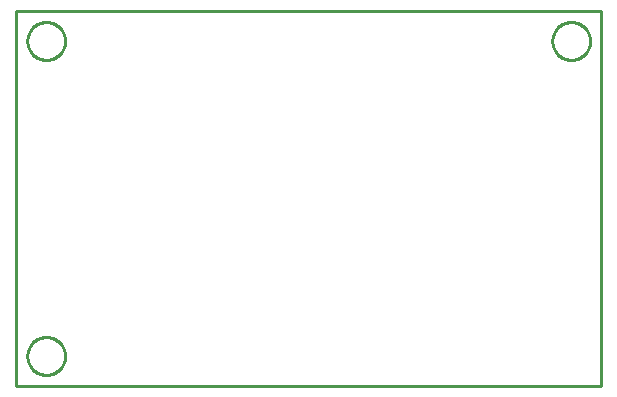
<source format=gbr>
G04 EAGLE Gerber RS-274X export*
G75*
%MOMM*%
%FSLAX34Y34*%
%LPD*%
%IN*%
%IPPOS*%
%AMOC8*
5,1,8,0,0,1.08239X$1,22.5*%
G01*
%ADD10C,0.254000*%


D10*
X0Y0D02*
X495302Y127D01*
X495302Y317527D01*
X0Y317400D01*
X0Y0D01*
X41400Y24876D02*
X41332Y23831D01*
X41195Y22792D01*
X40990Y21765D01*
X40719Y20753D01*
X40383Y19761D01*
X39982Y18793D01*
X39518Y17854D01*
X38995Y16946D01*
X38413Y16075D01*
X37775Y15244D01*
X37084Y14457D01*
X36343Y13716D01*
X35556Y13025D01*
X34725Y12388D01*
X33854Y11806D01*
X32946Y11282D01*
X32007Y10818D01*
X31039Y10417D01*
X30047Y10081D01*
X29035Y9810D01*
X28008Y9605D01*
X26969Y9469D01*
X25924Y9400D01*
X24876Y9400D01*
X23831Y9469D01*
X22792Y9605D01*
X21765Y9810D01*
X20753Y10081D01*
X19761Y10417D01*
X18793Y10818D01*
X17854Y11282D01*
X16946Y11806D01*
X16075Y12388D01*
X15244Y13025D01*
X14457Y13716D01*
X13716Y14457D01*
X13025Y15244D01*
X12388Y16075D01*
X11806Y16946D01*
X11282Y17854D01*
X10818Y18793D01*
X10417Y19761D01*
X10081Y20753D01*
X9810Y21765D01*
X9605Y22792D01*
X9469Y23831D01*
X9400Y24876D01*
X9400Y25924D01*
X9469Y26969D01*
X9605Y28008D01*
X9810Y29035D01*
X10081Y30047D01*
X10417Y31039D01*
X10818Y32007D01*
X11282Y32946D01*
X11806Y33854D01*
X12388Y34725D01*
X13025Y35556D01*
X13716Y36343D01*
X14457Y37084D01*
X15244Y37775D01*
X16075Y38413D01*
X16946Y38995D01*
X17854Y39518D01*
X18793Y39982D01*
X19761Y40383D01*
X20753Y40719D01*
X21765Y40990D01*
X22792Y41195D01*
X23831Y41332D01*
X24876Y41400D01*
X25924Y41400D01*
X26969Y41332D01*
X28008Y41195D01*
X29035Y40990D01*
X30047Y40719D01*
X31039Y40383D01*
X32007Y39982D01*
X32946Y39518D01*
X33854Y38995D01*
X34725Y38413D01*
X35556Y37775D01*
X36343Y37084D01*
X37084Y36343D01*
X37775Y35556D01*
X38413Y34725D01*
X38995Y33854D01*
X39518Y32946D01*
X39982Y32007D01*
X40383Y31039D01*
X40719Y30047D01*
X40990Y29035D01*
X41195Y28008D01*
X41332Y26969D01*
X41400Y25924D01*
X41400Y24876D01*
X485900Y291576D02*
X485832Y290531D01*
X485695Y289492D01*
X485490Y288465D01*
X485219Y287453D01*
X484883Y286461D01*
X484482Y285493D01*
X484018Y284554D01*
X483495Y283646D01*
X482913Y282775D01*
X482275Y281944D01*
X481584Y281157D01*
X480843Y280416D01*
X480056Y279725D01*
X479225Y279088D01*
X478354Y278506D01*
X477446Y277982D01*
X476507Y277518D01*
X475539Y277117D01*
X474547Y276781D01*
X473535Y276510D01*
X472508Y276305D01*
X471469Y276169D01*
X470424Y276100D01*
X469376Y276100D01*
X468331Y276169D01*
X467292Y276305D01*
X466265Y276510D01*
X465253Y276781D01*
X464261Y277117D01*
X463293Y277518D01*
X462354Y277982D01*
X461446Y278506D01*
X460575Y279088D01*
X459744Y279725D01*
X458957Y280416D01*
X458216Y281157D01*
X457525Y281944D01*
X456888Y282775D01*
X456306Y283646D01*
X455782Y284554D01*
X455318Y285493D01*
X454917Y286461D01*
X454581Y287453D01*
X454310Y288465D01*
X454105Y289492D01*
X453969Y290531D01*
X453900Y291576D01*
X453900Y292624D01*
X453969Y293669D01*
X454105Y294708D01*
X454310Y295735D01*
X454581Y296747D01*
X454917Y297739D01*
X455318Y298707D01*
X455782Y299646D01*
X456306Y300554D01*
X456888Y301425D01*
X457525Y302256D01*
X458216Y303043D01*
X458957Y303784D01*
X459744Y304475D01*
X460575Y305113D01*
X461446Y305695D01*
X462354Y306218D01*
X463293Y306682D01*
X464261Y307083D01*
X465253Y307419D01*
X466265Y307690D01*
X467292Y307895D01*
X468331Y308032D01*
X469376Y308100D01*
X470424Y308100D01*
X471469Y308032D01*
X472508Y307895D01*
X473535Y307690D01*
X474547Y307419D01*
X475539Y307083D01*
X476507Y306682D01*
X477446Y306218D01*
X478354Y305695D01*
X479225Y305113D01*
X480056Y304475D01*
X480843Y303784D01*
X481584Y303043D01*
X482275Y302256D01*
X482913Y301425D01*
X483495Y300554D01*
X484018Y299646D01*
X484482Y298707D01*
X484883Y297739D01*
X485219Y296747D01*
X485490Y295735D01*
X485695Y294708D01*
X485832Y293669D01*
X485900Y292624D01*
X485900Y291576D01*
X41400Y291576D02*
X41332Y290531D01*
X41195Y289492D01*
X40990Y288465D01*
X40719Y287453D01*
X40383Y286461D01*
X39982Y285493D01*
X39518Y284554D01*
X38995Y283646D01*
X38413Y282775D01*
X37775Y281944D01*
X37084Y281157D01*
X36343Y280416D01*
X35556Y279725D01*
X34725Y279088D01*
X33854Y278506D01*
X32946Y277982D01*
X32007Y277518D01*
X31039Y277117D01*
X30047Y276781D01*
X29035Y276510D01*
X28008Y276305D01*
X26969Y276169D01*
X25924Y276100D01*
X24876Y276100D01*
X23831Y276169D01*
X22792Y276305D01*
X21765Y276510D01*
X20753Y276781D01*
X19761Y277117D01*
X18793Y277518D01*
X17854Y277982D01*
X16946Y278506D01*
X16075Y279088D01*
X15244Y279725D01*
X14457Y280416D01*
X13716Y281157D01*
X13025Y281944D01*
X12388Y282775D01*
X11806Y283646D01*
X11282Y284554D01*
X10818Y285493D01*
X10417Y286461D01*
X10081Y287453D01*
X9810Y288465D01*
X9605Y289492D01*
X9469Y290531D01*
X9400Y291576D01*
X9400Y292624D01*
X9469Y293669D01*
X9605Y294708D01*
X9810Y295735D01*
X10081Y296747D01*
X10417Y297739D01*
X10818Y298707D01*
X11282Y299646D01*
X11806Y300554D01*
X12388Y301425D01*
X13025Y302256D01*
X13716Y303043D01*
X14457Y303784D01*
X15244Y304475D01*
X16075Y305113D01*
X16946Y305695D01*
X17854Y306218D01*
X18793Y306682D01*
X19761Y307083D01*
X20753Y307419D01*
X21765Y307690D01*
X22792Y307895D01*
X23831Y308032D01*
X24876Y308100D01*
X25924Y308100D01*
X26969Y308032D01*
X28008Y307895D01*
X29035Y307690D01*
X30047Y307419D01*
X31039Y307083D01*
X32007Y306682D01*
X32946Y306218D01*
X33854Y305695D01*
X34725Y305113D01*
X35556Y304475D01*
X36343Y303784D01*
X37084Y303043D01*
X37775Y302256D01*
X38413Y301425D01*
X38995Y300554D01*
X39518Y299646D01*
X39982Y298707D01*
X40383Y297739D01*
X40719Y296747D01*
X40990Y295735D01*
X41195Y294708D01*
X41332Y293669D01*
X41400Y292624D01*
X41400Y291576D01*
M02*

</source>
